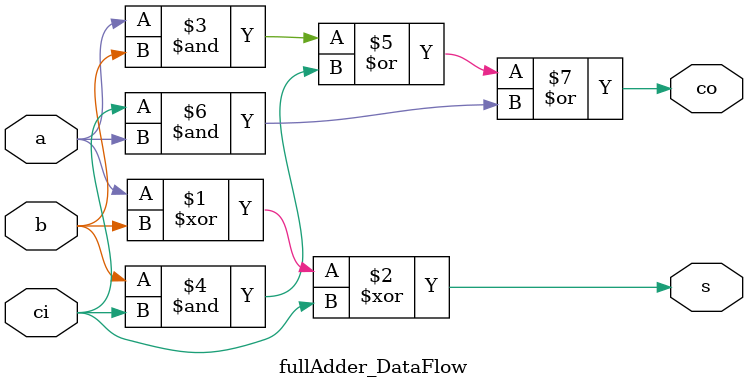
<source format=v>

`timescale 1ns / 1ps

module fullAdder_DataFlow(
    input   a, b, ci,       // A, B and Carry Input
    output  s, co);          // S and Carry Out
    
    assign s = a ^ b ^ ci;
    assign co = (a & b) | (b & ci) | (ci & a);
    
endmodule

</source>
